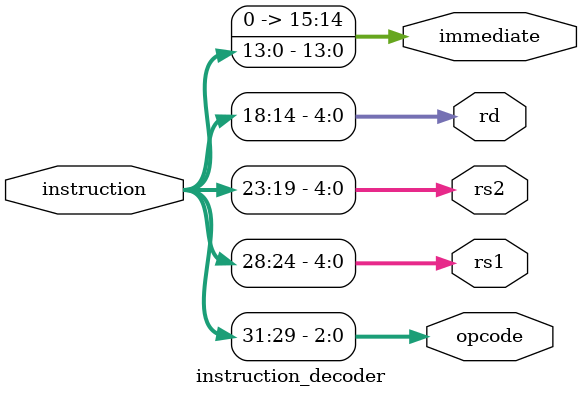
<source format=v>
module instruction_decoder(
  input [31:0] instruction,
  output [2:0] opcode,
  output [4:0] rs1,
  output [4:0] rs2,
  output [4:0] rd,
  output [15:0] immediate
);
  assign opcode = instruction[31:29];
  assign rs1 = instruction[28:24];
  assign rs2 = instruction[23:19];
  assign rd = instruction[18:14];
  assign immediate = instruction[13:0];
endmodule

</source>
